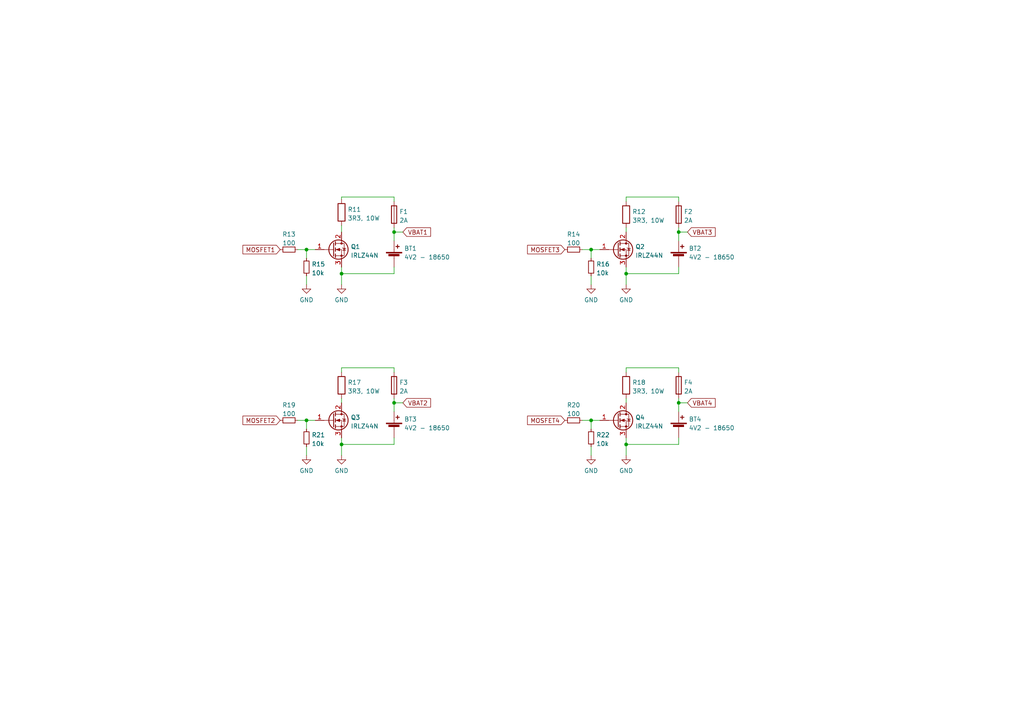
<source format=kicad_sch>
(kicad_sch (version 20211123) (generator eeschema)
  (paper "A4")
  (lib_symbols
    (symbol "Device:Battery_Cell" (pin_numbers hide) (pin_names (offset 0) hide)
      (property "Reference" "BT" (at 2.54 2.54 0))
      (property "Value" "Battery_Cell" (at 2.54 0 0))
      (symbol "Battery_Cell_0_1"
        (rectangle (start -2.286 1.778) (end 2.286 1.524) (fill (type outline)))
        (rectangle (start -1.5748 1.1938) (end 1.4732 0.6858) (fill (type outline)))
        (polyline (pts (xy 0 0.762) (xy 0 0)))
        (polyline (pts (xy 0 1.778) (xy 0 2.54)))
        (polyline (pts (xy 0.508 3.429) (xy 1.524 3.429)) (stroke (width 0.254)))
        (polyline (pts (xy 1.016 3.937) (xy 1.016 2.921)) (stroke (width 0.254)))
      )
      (symbol "Battery_Cell_1_1"
        (pin passive line (at 0 5.08 270) (length 2.54) (name "+") (number "1"))
        (pin passive line (at 0 -2.54 90) (length 2.54) (name "-") (number "2"))
      )
    )
    (symbol "Device:Fuse" (pin_numbers hide) (pin_names (offset 0))
      (property "Reference" "F" (at 2.032 0 90))
      (property "Value" "Fuse" (at -1.905 0 90))
      (symbol "Fuse_0_1"
        (rectangle (start -0.762 -2.54) (end 0.762 2.54) (stroke (width 0.254)))
        (polyline (pts (xy 0 2.54) (xy 0 -2.54)))
      )
      (symbol "Fuse_1_1"
        (pin passive line (at 0 3.81 270) (length 1.27) (name "~") (number "1"))
        (pin passive line (at 0 -3.81 90) (length 1.27) (name "~") (number "2"))
      )
    )
    (symbol "Device:R" (pin_numbers hide) (pin_names (offset 0))
      (property "Reference" "R" (at 2.032 0 90))
      (property "Value" "R" (at 0 0 90))
      (symbol "R_0_1"
        (rectangle (start -1.016 -2.54) (end 1.016 2.54) (stroke (width 0.254)))
      )
      (symbol "R_1_1"
        (pin passive line (at 0 3.81 270) (length 1.27) (name "~") (number "1"))
        (pin passive line (at 0 -3.81 90) (length 1.27) (name "~") (number "2"))
      )
    )
    (symbol "Device:R_Small" (pin_numbers hide) (pin_names (offset 0.254) hide)
      (property "Reference" "R" (at 0.762 0.508 0))
      (property "Value" "R_Small" (at 0.762 -1.016 0))
      (symbol "R_Small_0_1"
        (rectangle (start -0.762 1.778) (end 0.762 -1.778) (stroke (width 0.2032)))
      )
      (symbol "R_Small_1_1"
        (pin passive line (at 0 2.54 270) (length 0.762) (name "~") (number "1"))
        (pin passive line (at 0 -2.54 90) (length 0.762) (name "~") (number "2"))
      )
    )
    (symbol "Transistor_FET:IRLZ44N" (pin_names hide)
      (property "Reference" "Q" (at 6.35 1.905 0))
      (property "Value" "IRLZ44N" (at 6.35 0 0))
      (symbol "IRLZ44N_0_1"
        (polyline (pts (xy 0.254 0) (xy -2.54 0)))
        (polyline (pts (xy 0.254 1.905) (xy 0.254 -1.905)) (stroke (width 0.254)))
        (polyline (pts (xy 0.762 -1.27) (xy 0.762 -2.286)) (stroke (width 0.254)))
        (polyline (pts (xy 0.762 0.508) (xy 0.762 -0.508)) (stroke (width 0.254)))
        (polyline (pts (xy 0.762 2.286) (xy 0.762 1.27)) (stroke (width 0.254)))
        (polyline (pts (xy 2.54 2.54) (xy 2.54 1.778)))
        (polyline (pts (xy 2.54 -2.54) (xy 2.54 0) (xy 0.762 0)))
        (polyline (pts (xy 0.762 -1.778) (xy 3.302 -1.778) (xy 3.302 1.778) (xy 0.762 1.778)))
        (polyline (pts (xy 1.016 0) (xy 2.032 0.381) (xy 2.032 -0.381) (xy 1.016 0)) (fill (type outline)))
        (polyline (pts (xy 2.794 0.508) (xy 2.921 0.381) (xy 3.683 0.381) (xy 3.81 0.254)))
        (polyline (pts (xy 3.302 0.381) (xy 2.921 -0.254) (xy 3.683 -0.254) (xy 3.302 0.381)))
        (circle (center 1.651 0) (radius 2.794) (stroke (width 0.254)))
        (circle (center 2.54 -1.778) (radius 0.254) (fill (type outline)))
        (circle (center 2.54 1.778) (radius 0.254) (fill (type outline)))
      )
      (symbol "IRLZ44N_1_1"
        (pin input line (at -5.08 0 0) (length 2.54) (name "G") (number "1"))
        (pin passive line (at 2.54 5.08 270) (length 2.54) (name "D") (number "2"))
        (pin passive line (at 2.54 -5.08 90) (length 2.54) (name "S") (number "3"))
      )
    )
    (symbol "power:GND" (power) (pin_names (offset 0))
      (property "Value" "GND" (at 0 -3.81 0))
      (symbol "GND_0_1"
        (polyline (pts (xy 0 0) (xy 0 -1.27) (xy 1.27 -1.27) (xy 0 -2.54) (xy -1.27 -1.27) (xy 0 -1.27)))
      )
      (symbol "GND_1_1"
        (pin power_in line (at 0 0 270) (length 0) hide (name "GND") (number "1"))
      )
    )
  )
  (junction (at 181.61 79.375))
  (junction (at 114.3 116.84))
  (junction (at 181.61 128.905))
  (junction (at 99.06 128.905))
  (junction (at 196.85 116.84))
  (junction (at 171.45 121.92))
  (junction (at 196.85 67.31))
  (junction (at 88.9 121.92))
  (junction (at 114.3 67.31))
  (junction (at 171.45 72.39))
  (junction (at 88.9 72.39))
  (junction (at 99.06 79.375))
  (wire (pts (xy 99.06 65.405) (xy 99.06 67.31)))
  (wire (pts (xy 181.61 57.15) (xy 196.85 57.15)))
  (wire (pts (xy 88.9 121.92) (xy 91.44 121.92)))
  (wire (pts (xy 196.85 66.04) (xy 196.85 67.31)))
  (wire (pts (xy 196.85 79.375) (xy 196.85 77.47)))
  (wire (pts (xy 88.9 72.39) (xy 91.44 72.39)))
  (wire (pts (xy 196.85 67.31) (xy 196.85 69.85)))
  (wire (pts (xy 196.85 128.905) (xy 196.85 127)))
  (wire (pts (xy 99.06 57.15) (xy 99.06 57.785)))
  (wire (pts (xy 181.61 58.42) (xy 181.61 57.15)))
  (wire (pts (xy 171.45 121.92) (xy 173.99 121.92)))
  (wire (pts (xy 181.61 106.68) (xy 196.85 106.68)))
  (wire (pts (xy 114.3 79.375) (xy 114.3 77.47)))
  (wire (pts (xy 99.06 77.47) (xy 99.06 79.375)))
  (wire (pts (xy 99.06 128.905) (xy 114.3 128.905)))
  (wire (pts (xy 114.3 116.84) (xy 116.84 116.84)))
  (wire (pts (xy 88.9 80.01) (xy 88.9 82.55)))
  (wire (pts (xy 99.06 79.375) (xy 99.06 82.55)))
  (wire (pts (xy 99.06 107.95) (xy 99.06 106.68)))
  (wire (pts (xy 181.61 115.57) (xy 181.61 116.84)))
  (wire (pts (xy 114.3 116.84) (xy 114.3 119.38)))
  (wire (pts (xy 114.3 66.04) (xy 114.3 67.31)))
  (wire (pts (xy 196.85 106.68) (xy 196.85 107.95)))
  (wire (pts (xy 114.3 106.68) (xy 114.3 107.95)))
  (wire (pts (xy 181.61 107.95) (xy 181.61 106.68)))
  (wire (pts (xy 86.36 121.92) (xy 88.9 121.92)))
  (wire (pts (xy 196.85 116.84) (xy 196.85 119.38)))
  (wire (pts (xy 181.61 128.905) (xy 196.85 128.905)))
  (wire (pts (xy 88.9 121.92) (xy 88.9 124.46)))
  (wire (pts (xy 88.9 129.54) (xy 88.9 132.08)))
  (wire (pts (xy 114.3 128.905) (xy 114.3 127)))
  (wire (pts (xy 114.3 58.42) (xy 114.3 57.15)))
  (wire (pts (xy 99.06 106.68) (xy 114.3 106.68)))
  (wire (pts (xy 171.45 72.39) (xy 171.45 74.93)))
  (wire (pts (xy 171.45 72.39) (xy 173.99 72.39)))
  (wire (pts (xy 196.85 57.15) (xy 196.85 58.42)))
  (wire (pts (xy 168.91 121.92) (xy 171.45 121.92)))
  (wire (pts (xy 88.9 72.39) (xy 88.9 74.93)))
  (wire (pts (xy 99.06 79.375) (xy 114.3 79.375)))
  (wire (pts (xy 99.06 127) (xy 99.06 128.905)))
  (wire (pts (xy 171.45 121.92) (xy 171.45 124.46)))
  (wire (pts (xy 196.85 115.57) (xy 196.85 116.84)))
  (wire (pts (xy 171.45 80.01) (xy 171.45 82.55)))
  (wire (pts (xy 196.85 116.84) (xy 199.39 116.84)))
  (wire (pts (xy 114.3 115.57) (xy 114.3 116.84)))
  (wire (pts (xy 181.61 127) (xy 181.61 128.905)))
  (wire (pts (xy 181.61 66.04) (xy 181.61 67.31)))
  (wire (pts (xy 171.45 129.54) (xy 171.45 132.08)))
  (wire (pts (xy 181.61 79.375) (xy 196.85 79.375)))
  (wire (pts (xy 114.3 67.31) (xy 114.3 69.85)))
  (wire (pts (xy 99.06 115.57) (xy 99.06 116.84)))
  (wire (pts (xy 181.61 128.905) (xy 181.61 132.08)))
  (wire (pts (xy 99.06 128.905) (xy 99.06 132.08)))
  (wire (pts (xy 181.61 77.47) (xy 181.61 79.375)))
  (wire (pts (xy 181.61 79.375) (xy 181.61 82.55)))
  (wire (pts (xy 196.85 67.31) (xy 199.39 67.31)))
  (wire (pts (xy 168.91 72.39) (xy 171.45 72.39)))
  (wire (pts (xy 86.36 72.39) (xy 88.9 72.39)))
  (wire (pts (xy 114.3 57.15) (xy 99.06 57.15)))
  (wire (pts (xy 114.3 67.31) (xy 116.84 67.31)))
  (global_label "VBAT3" (shape input) (at 199.39 67.31 0) (property "Intersheet References" "${INTERSHEET_REFS}" (effects hide)))
  (global_label "MOSFET2" (shape input) (at 81.28 121.92 180) (property "Intersheet References" "${INTERSHEET_REFS}" (effects hide)))
  (global_label "MOSFET1" (shape input) (at 81.28 72.39 180) (property "Intersheet References" "${INTERSHEET_REFS}" (effects hide)))
  (global_label "MOSFET3" (shape input) (at 163.83 72.39 180) (property "Intersheet References" "${INTERSHEET_REFS}" (effects hide)))
  (global_label "VBAT2" (shape input) (at 116.84 116.84 0) (property "Intersheet References" "${INTERSHEET_REFS}" (effects hide)))
  (global_label "VBAT1" (shape input) (at 116.84 67.31 0) (property "Intersheet References" "${INTERSHEET_REFS}" (effects hide)))
  (global_label "MOSFET4" (shape input) (at 163.83 121.92 180) (property "Intersheet References" "${INTERSHEET_REFS}" (effects hide)))
  (global_label "VBAT4" (shape input) (at 199.39 116.84 0) (property "Intersheet References" "${INTERSHEET_REFS}" (effects hide)))
  (symbol (lib_id "Device:Fuse") (at 114.3 111.76 0) (unit 1)
    (property "Reference" "F3" (at 115.824 110.9253 0) (effects (justify left)))
    (property "Value" "2A" (at 115.824 113.4622 0) (effects (justify left)))
    (property "Footprint" "Footprint:696108003002" (effects hide))
  )
  (symbol (lib_id "Transistor_FET:IRLZ44N") (at 179.07 72.39 0) (unit 1)
    (property "Reference" "Q2" (at 184.277 71.5553 0) (effects (justify left)))
    (property "Value" "IRLZ44N" (at 184.277 74.0922 0) (effects (justify left)))
    (property "Footprint" "Package_TO_SOT_THT:TO-220-3_Horizontal_TabDown" (effects hide))
    (property "Datasheet" "http://www.irf.com/product-info/datasheets/data/irlz44n.pdf" (effects hide))
  )
  (symbol (lib_id "Device:R_Small") (at 171.45 77.47 0) (unit 1)
    (property "Reference" "R16" (at 172.9486 76.6353 0) (effects (justify left)))
    (property "Value" "10k" (at 172.9486 79.1722 0) (effects (justify left)))
    (property "Footprint" "Resistor_SMD:R_0603_1608Metric" (effects hide))
  )
  (symbol (lib_id "Transistor_FET:IRLZ44N") (at 96.52 72.39 0) (unit 1)
    (property "Reference" "Q1" (at 101.727 71.5553 0) (effects (justify left)))
    (property "Value" "IRLZ44N" (at 101.727 74.0922 0) (effects (justify left)))
    (property "Footprint" "Package_TO_SOT_THT:TO-220-3_Horizontal_TabDown" (effects hide))
    (property "Datasheet" "http://www.irf.com/product-info/datasheets/data/irlz44n.pdf" (effects hide))
  )
  (symbol (lib_id "power:GND") (at 99.06 132.08 0) (unit 1)
    (property "Reference" "#PWR045" (effects hide))
    (property "Value" "GND" (at 99.06 136.5234 0))
  )
  (symbol (lib_id "power:GND") (at 99.06 82.55 0) (unit 1)
    (property "Reference" "#PWR033" (effects hide))
    (property "Value" "GND" (at 99.06 86.9934 0))
  )
  (symbol (lib_id "Device:R_Small") (at 166.37 121.92 90) (unit 1)
    (property "Reference" "R20" (at 166.37 117.4836 90))
    (property "Value" "100" (at 166.37 120.0205 90))
    (property "Footprint" "Resistor_SMD:R_0603_1608Metric" (effects hide))
  )
  (symbol (lib_id "power:GND") (at 181.61 82.55 0) (unit 1)
    (property "Reference" "#PWR035" (effects hide))
    (property "Value" "GND" (at 181.61 86.9934 0))
  )
  (symbol (lib_id "Device:R") (at 99.06 61.595 0) (unit 1)
    (property "Reference" "R11" (at 100.838 60.7603 0) (effects (justify left)))
    (property "Value" "3R3, 10W" (at 100.838 63.2972 0) (effects (justify left)))
    (property "Footprint" "Footprint:PRW0AWJW33JB00" (effects hide))
  )
  (symbol (lib_id "Device:Battery_Cell") (at 114.3 74.93 0) (unit 1)
    (property "Reference" "BT1" (at 117.221 72.0633 0) (effects (justify left)))
    (property "Value" "4V2 - 18650" (at 117.221 74.6002 0) (effects (justify left)))
    (property "Footprint" "Footprint:18650-holder" (effects hide))
  )
  (symbol (lib_id "Device:R_Small") (at 88.9 77.47 0) (unit 1)
    (property "Reference" "R15" (at 90.3986 76.6353 0) (effects (justify left)))
    (property "Value" "10k" (at 90.3986 79.1722 0) (effects (justify left)))
    (property "Footprint" "Resistor_SMD:R_0603_1608Metric" (effects hide))
  )
  (symbol (lib_id "Device:Battery_Cell") (at 196.85 124.46 0) (unit 1)
    (property "Reference" "BT4" (at 199.771 121.5933 0) (effects (justify left)))
    (property "Value" "4V2 - 18650" (at 199.771 124.1302 0) (effects (justify left)))
    (property "Footprint" "Footprint:18650-holder" (effects hide))
  )
  (symbol (lib_id "Device:R_Small") (at 88.9 127 0) (unit 1)
    (property "Reference" "R21" (at 90.3986 126.1653 0) (effects (justify left)))
    (property "Value" "10k" (at 90.3986 128.7022 0) (effects (justify left)))
    (property "Footprint" "Resistor_SMD:R_0603_1608Metric" (effects hide))
  )
  (symbol (lib_id "Device:Battery_Cell") (at 196.85 74.93 0) (unit 1)
    (property "Reference" "BT2" (at 199.771 72.0633 0) (effects (justify left)))
    (property "Value" "4V2 - 18650" (at 199.771 74.6002 0) (effects (justify left)))
    (property "Footprint" "Footprint:18650-holder" (effects hide))
  )
  (symbol (lib_id "Transistor_FET:IRLZ44N") (at 96.52 121.92 0) (unit 1)
    (property "Reference" "Q3" (at 101.727 121.0853 0) (effects (justify left)))
    (property "Value" "IRLZ44N" (at 101.727 123.6222 0) (effects (justify left)))
    (property "Footprint" "Package_TO_SOT_THT:TO-220-3_Horizontal_TabDown" (effects hide))
    (property "Datasheet" "http://www.irf.com/product-info/datasheets/data/irlz44n.pdf" (effects hide))
  )
  (symbol (lib_id "Device:R_Small") (at 166.37 72.39 90) (unit 1)
    (property "Reference" "R14" (at 166.37 67.9536 90))
    (property "Value" "100" (at 166.37 70.4905 90))
    (property "Footprint" "Resistor_SMD:R_0603_1608Metric" (effects hide))
  )
  (symbol (lib_id "Device:R") (at 181.61 62.23 0) (unit 1)
    (property "Reference" "R12" (at 183.388 61.3953 0) (effects (justify left)))
    (property "Value" "3R3, 10W" (at 183.388 63.9322 0) (effects (justify left)))
    (property "Footprint" "Footprint:PRW0AWJW33JB00" (effects hide))
  )
  (symbol (lib_id "Device:R_Small") (at 171.45 127 0) (unit 1)
    (property "Reference" "R22" (at 172.9486 126.1653 0) (effects (justify left)))
    (property "Value" "10k" (at 172.9486 128.7022 0) (effects (justify left)))
    (property "Footprint" "Resistor_SMD:R_0603_1608Metric" (effects hide))
  )
  (symbol (lib_id "power:GND") (at 171.45 82.55 0) (unit 1)
    (property "Reference" "#PWR034" (effects hide))
    (property "Value" "GND" (at 171.45 86.9934 0))
  )
  (symbol (lib_id "power:GND") (at 171.45 132.08 0) (unit 1)
    (property "Reference" "#PWR046" (effects hide))
    (property "Value" "GND" (at 171.45 136.5234 0))
  )
  (symbol (lib_id "power:GND") (at 88.9 132.08 0) (unit 1)
    (property "Reference" "#PWR044" (effects hide))
    (property "Value" "GND" (at 88.9 136.5234 0))
  )
  (symbol (lib_id "Device:Fuse") (at 196.85 62.23 0) (unit 1)
    (property "Reference" "F2" (at 198.374 61.3953 0) (effects (justify left)))
    (property "Value" "2A" (at 198.374 63.9322 0) (effects (justify left)))
    (property "Footprint" "Footprint:696108003002" (effects hide))
  )
  (symbol (lib_id "power:GND") (at 88.9 82.55 0) (unit 1)
    (property "Reference" "#PWR032" (effects hide))
    (property "Value" "GND" (at 88.9 86.9934 0))
  )
  (symbol (lib_id "Device:R") (at 181.61 111.76 0) (unit 1)
    (property "Reference" "R18" (at 183.388 110.9253 0) (effects (justify left)))
    (property "Value" "3R3, 10W" (at 183.388 113.4622 0) (effects (justify left)))
    (property "Footprint" "Footprint:PRW0AWJW33JB00" (effects hide))
  )
  (symbol (lib_id "Transistor_FET:IRLZ44N") (at 179.07 121.92 0) (unit 1)
    (property "Reference" "Q4" (at 184.277 121.0853 0) (effects (justify left)))
    (property "Value" "IRLZ44N" (at 184.277 123.6222 0) (effects (justify left)))
    (property "Footprint" "Package_TO_SOT_THT:TO-220-3_Horizontal_TabDown" (effects hide))
    (property "Datasheet" "http://www.irf.com/product-info/datasheets/data/irlz44n.pdf" (effects hide))
  )
  (symbol (lib_id "Device:R_Small") (at 83.82 121.92 90) (unit 1)
    (property "Reference" "R19" (at 83.82 117.4836 90))
    (property "Value" "100" (at 83.82 120.0205 90))
    (property "Footprint" "Resistor_SMD:R_0603_1608Metric" (effects hide))
  )
  (symbol (lib_id "Device:Fuse") (at 196.85 111.76 0) (unit 1)
    (property "Reference" "F4" (at 198.374 110.9253 0) (effects (justify left)))
    (property "Value" "2A" (at 198.374 113.4622 0) (effects (justify left)))
    (property "Footprint" "Footprint:696108003002" (effects hide))
  )
  (symbol (lib_id "Device:Battery_Cell") (at 114.3 124.46 0) (unit 1)
    (property "Reference" "BT3" (at 117.221 121.5933 0) (effects (justify left)))
    (property "Value" "4V2 - 18650" (at 117.221 124.1302 0) (effects (justify left)))
    (property "Footprint" "Footprint:18650-holder" (effects hide))
  )
  (symbol (lib_id "power:GND") (at 181.61 132.08 0) (unit 1)
    (property "Reference" "#PWR047" (effects hide))
    (property "Value" "GND" (at 181.61 136.5234 0))
  )
  (symbol (lib_id "Device:R") (at 99.06 111.76 0) (unit 1)
    (property "Reference" "R17" (at 100.838 110.9253 0) (effects (justify left)))
    (property "Value" "3R3, 10W" (at 100.838 113.4622 0) (effects (justify left)))
    (property "Footprint" "Footprint:PRW0AWJW33JB00" (effects hide))
  )
  (symbol (lib_id "Device:R_Small") (at 83.82 72.39 90) (unit 1)
    (property "Reference" "R13" (at 83.82 67.9536 90))
    (property "Value" "100" (at 83.82 70.4905 90))
    (property "Footprint" "Resistor_SMD:R_0603_1608Metric" (effects hide))
  )
  (symbol (lib_id "Device:Fuse") (at 114.3 62.23 0) (unit 1)
    (property "Reference" "F1" (at 115.824 61.3953 0) (effects (justify left)))
    (property "Value" "2A" (at 115.824 63.9322 0) (effects (justify left)))
    (property "Footprint" "Footprint:696108003002" (effects hide))
  )
)
</source>
